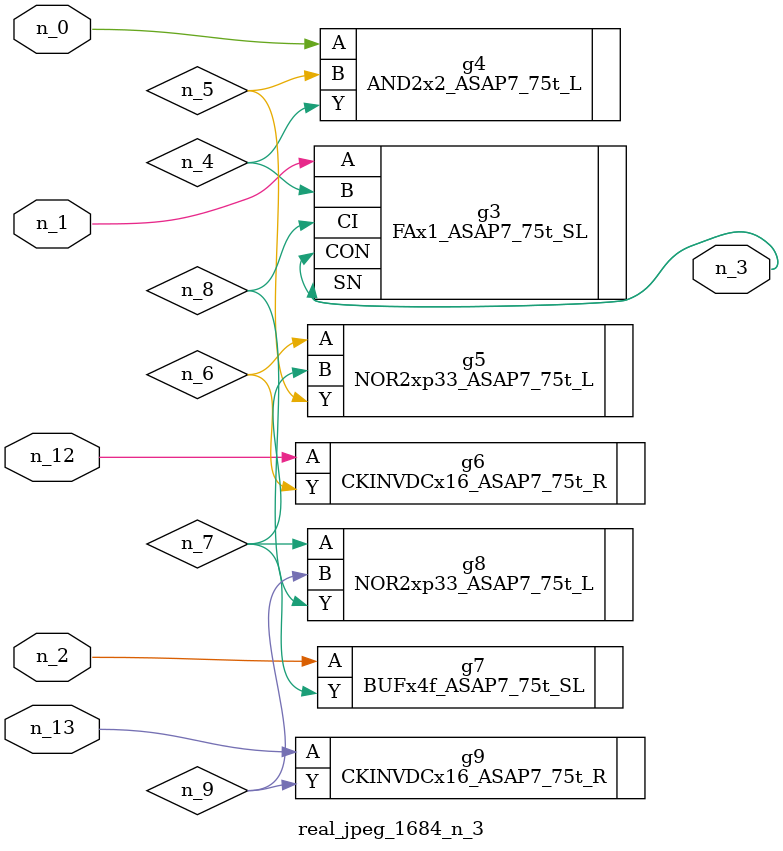
<source format=v>
module real_jpeg_1684_n_3 (n_12, n_0, n_1, n_2, n_13, n_3);

input n_12;
input n_0;
input n_1;
input n_2;
input n_13;

output n_3;

wire n_5;
wire n_8;
wire n_4;
wire n_6;
wire n_7;
wire n_9;

AND2x2_ASAP7_75t_L g4 ( 
.A(n_0),
.B(n_5),
.Y(n_4)
);

FAx1_ASAP7_75t_SL g3 ( 
.A(n_1),
.B(n_4),
.CI(n_8),
.CON(n_3),
.SN(n_3)
);

BUFx4f_ASAP7_75t_SL g7 ( 
.A(n_2),
.Y(n_7)
);

NOR2xp33_ASAP7_75t_L g5 ( 
.A(n_6),
.B(n_7),
.Y(n_5)
);

NOR2xp33_ASAP7_75t_L g8 ( 
.A(n_7),
.B(n_9),
.Y(n_8)
);

CKINVDCx16_ASAP7_75t_R g6 ( 
.A(n_12),
.Y(n_6)
);

CKINVDCx16_ASAP7_75t_R g9 ( 
.A(n_13),
.Y(n_9)
);


endmodule
</source>
